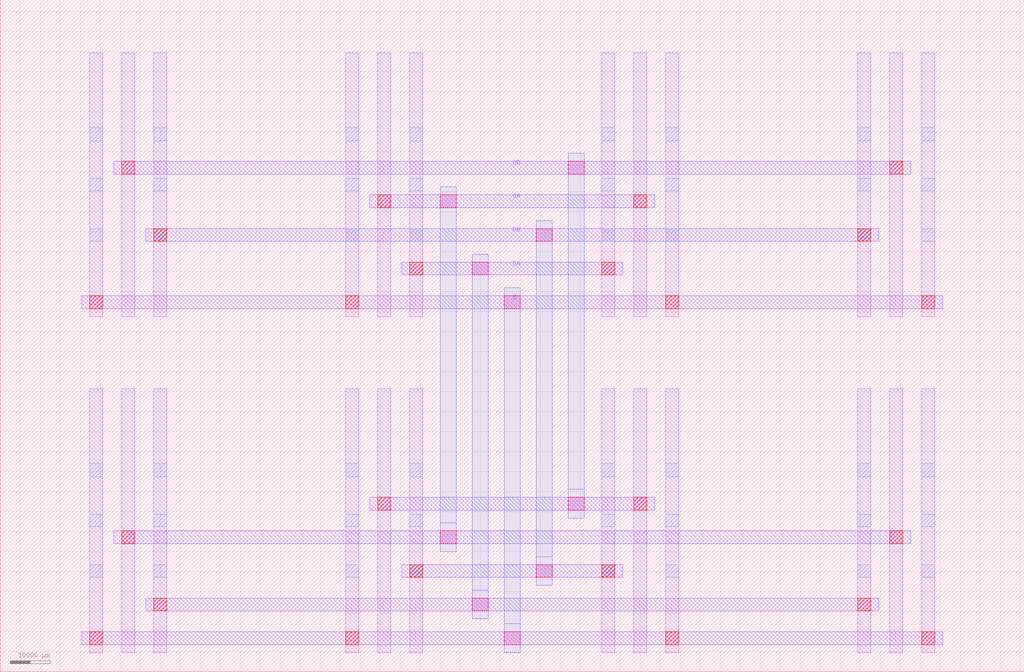
<source format=lef>
MACRO __json_dp_nmos_cand
  ORIGIN 0 0 ;
  FOREIGN __json_dp_nmos_cand 0 0 ;
  SIZE 256000.0000 BY 168000.0000 ;
  PIN S
    DIRECTION INOUT ;
    USE SIGNAL ;
    PORT
      LAYER M2 ;
        RECT 20400.0000 6800.0000 235600.0000 10000.0000 ;
      LAYER M2 ;
        RECT 20400.0000 90800.0000 235600.0000 94000.0000 ;
    END
  END S
  PIN DA
    DIRECTION INOUT ;
    USE SIGNAL ;
    PORT
      LAYER M2 ;
        RECT 36400.0000 15200.0000 219600.0000 18400.0000 ;
      LAYER M2 ;
        RECT 100400.0000 99200.0000 155600.0000 102400.0000 ;
    END
  END DA
  PIN DB
    DIRECTION INOUT ;
    USE SIGNAL ;
    PORT
      LAYER M2 ;
        RECT 100400.0000 23600.0000 155600.0000 26800.0000 ;
      LAYER M2 ;
        RECT 36400.0000 107600.0000 219600.0000 110800.0000 ;
    END
  END DB
  PIN GA
    DIRECTION INOUT ;
    USE SIGNAL ;
    PORT
      LAYER M2 ;
        RECT 28400.0000 32000.0000 227600.0000 35200.0000 ;
      LAYER M2 ;
        RECT 92400.0000 116000.0000 163600.0000 119200.0000 ;
    END
  END GA
  PIN GB
    DIRECTION INOUT ;
    USE SIGNAL ;
    PORT
      LAYER M2 ;
        RECT 92400.0000 40400.0000 163600.0000 43600.0000 ;
      LAYER M2 ;
        RECT 28400.0000 124400.0000 227600.0000 127600.0000 ;
    END
  END GB
  OBS
    LAYER M1 ;
      RECT 30400.0000 4800.0000 33600.0000 70800.0000 ;
    LAYER M1 ;
      RECT 222400.0000 4800.0000 225600.0000 70800.0000 ;
    LAYER M1 ;
      RECT 94400.0000 4800.0000 97600.0000 70800.0000 ;
    LAYER M1 ;
      RECT 158400.0000 4800.0000 161600.0000 70800.0000 ;
    LAYER M1 ;
      RECT 22400.0000 4800.0000 25600.0000 70800.0000 ;
    LAYER V0 ;
      RECT 22400.0000 23600.0000 25600.0000 26800.0000 ;
    LAYER V0 ;
      RECT 22400.0000 36200.0000 25600.0000 39400.0000 ;
    LAYER V0 ;
      RECT 22400.0000 48800.0000 25600.0000 52000.0000 ;
    LAYER M1 ;
      RECT 230400.0000 4800.0000 233600.0000 70800.0000 ;
    LAYER V0 ;
      RECT 230400.0000 23600.0000 233600.0000 26800.0000 ;
    LAYER V0 ;
      RECT 230400.0000 36200.0000 233600.0000 39400.0000 ;
    LAYER V0 ;
      RECT 230400.0000 48800.0000 233600.0000 52000.0000 ;
    LAYER M1 ;
      RECT 86400.0000 4800.0000 89600.0000 70800.0000 ;
    LAYER V0 ;
      RECT 86400.0000 23600.0000 89600.0000 26800.0000 ;
    LAYER V0 ;
      RECT 86400.0000 36200.0000 89600.0000 39400.0000 ;
    LAYER V0 ;
      RECT 86400.0000 48800.0000 89600.0000 52000.0000 ;
    LAYER M1 ;
      RECT 166400.0000 4800.0000 169600.0000 70800.0000 ;
    LAYER V0 ;
      RECT 166400.0000 23600.0000 169600.0000 26800.0000 ;
    LAYER V0 ;
      RECT 166400.0000 36200.0000 169600.0000 39400.0000 ;
    LAYER V0 ;
      RECT 166400.0000 48800.0000 169600.0000 52000.0000 ;
    LAYER M1 ;
      RECT 38400.0000 4800.0000 41600.0000 70800.0000 ;
    LAYER V0 ;
      RECT 38400.0000 23600.0000 41600.0000 26800.0000 ;
    LAYER V0 ;
      RECT 38400.0000 36200.0000 41600.0000 39400.0000 ;
    LAYER V0 ;
      RECT 38400.0000 48800.0000 41600.0000 52000.0000 ;
    LAYER M1 ;
      RECT 214400.0000 4800.0000 217600.0000 70800.0000 ;
    LAYER V0 ;
      RECT 214400.0000 23600.0000 217600.0000 26800.0000 ;
    LAYER V0 ;
      RECT 214400.0000 36200.0000 217600.0000 39400.0000 ;
    LAYER V0 ;
      RECT 214400.0000 48800.0000 217600.0000 52000.0000 ;
    LAYER M1 ;
      RECT 102400.0000 4800.0000 105600.0000 70800.0000 ;
    LAYER V0 ;
      RECT 102400.0000 23600.0000 105600.0000 26800.0000 ;
    LAYER V0 ;
      RECT 102400.0000 36200.0000 105600.0000 39400.0000 ;
    LAYER V0 ;
      RECT 102400.0000 48800.0000 105600.0000 52000.0000 ;
    LAYER M1 ;
      RECT 150400.0000 4800.0000 153600.0000 70800.0000 ;
    LAYER V0 ;
      RECT 150400.0000 23600.0000 153600.0000 26800.0000 ;
    LAYER V0 ;
      RECT 150400.0000 36200.0000 153600.0000 39400.0000 ;
    LAYER V0 ;
      RECT 150400.0000 48800.0000 153600.0000 52000.0000 ;
    LAYER M3 ;
      RECT 126000.0000 4800.0000 130000.0000 12000.0000 ;
    LAYER V2 ;
      RECT 126000.0000 6800.0000 130000.0000 10000.0000 ;
    LAYER V2 ;
      RECT 126000.0000 6800.0000 130000.0000 10000.0000 ;
    LAYER V1 ;
      RECT 22400.0000 6800.0000 25600.0000 10000.0000 ;
    LAYER V1 ;
      RECT 230400.0000 6800.0000 233600.0000 10000.0000 ;
    LAYER V1 ;
      RECT 86400.0000 6800.0000 89600.0000 10000.0000 ;
    LAYER V1 ;
      RECT 166400.0000 6800.0000 169600.0000 10000.0000 ;
    LAYER M3 ;
      RECT 118000.0000 13200.0000 122000.0000 20400.0000 ;
    LAYER V2 ;
      RECT 118000.0000 15200.0000 122000.0000 18400.0000 ;
    LAYER V2 ;
      RECT 118000.0000 15200.0000 122000.0000 18400.0000 ;
    LAYER V1 ;
      RECT 38400.0000 15200.0000 41600.0000 18400.0000 ;
    LAYER V1 ;
      RECT 214400.0000 15200.0000 217600.0000 18400.0000 ;
    LAYER M3 ;
      RECT 134000.0000 21600.0000 138000.0000 28800.0000 ;
    LAYER V2 ;
      RECT 134000.0000 23600.0000 138000.0000 26800.0000 ;
    LAYER V2 ;
      RECT 134000.0000 23600.0000 138000.0000 26800.0000 ;
    LAYER V1 ;
      RECT 102400.0000 23600.0000 105600.0000 26800.0000 ;
    LAYER V1 ;
      RECT 150400.0000 23600.0000 153600.0000 26800.0000 ;
    LAYER M3 ;
      RECT 110000.0000 30000.0000 114000.0000 37200.0000 ;
    LAYER V2 ;
      RECT 110000.0000 32000.0000 114000.0000 35200.0000 ;
    LAYER V2 ;
      RECT 110000.0000 32000.0000 114000.0000 35200.0000 ;
    LAYER V1 ;
      RECT 30400.0000 32000.0000 33600.0000 35200.0000 ;
    LAYER V1 ;
      RECT 222400.0000 32000.0000 225600.0000 35200.0000 ;
    LAYER M3 ;
      RECT 142000.0000 38400.0000 146000.0000 45600.0000 ;
    LAYER V2 ;
      RECT 142000.0000 40400.0000 146000.0000 43600.0000 ;
    LAYER V2 ;
      RECT 142000.0000 40400.0000 146000.0000 43600.0000 ;
    LAYER V1 ;
      RECT 94400.0000 40400.0000 97600.0000 43600.0000 ;
    LAYER V1 ;
      RECT 158400.0000 40400.0000 161600.0000 43600.0000 ;
    LAYER M1 ;
      RECT 30400.0000 88800.0000 33600.0000 154800.0000 ;
    LAYER M1 ;
      RECT 222400.0000 88800.0000 225600.0000 154800.0000 ;
    LAYER M1 ;
      RECT 94400.0000 88800.0000 97600.0000 154800.0000 ;
    LAYER M1 ;
      RECT 158400.0000 88800.0000 161600.0000 154800.0000 ;
    LAYER M1 ;
      RECT 22400.0000 88800.0000 25600.0000 154800.0000 ;
    LAYER V0 ;
      RECT 22400.0000 107600.0000 25600.0000 110800.0000 ;
    LAYER V0 ;
      RECT 22400.0000 120200.0000 25600.0000 123400.0000 ;
    LAYER V0 ;
      RECT 22400.0000 132800.0000 25600.0000 136000.0000 ;
    LAYER M1 ;
      RECT 230400.0000 88800.0000 233600.0000 154800.0000 ;
    LAYER V0 ;
      RECT 230400.0000 107600.0000 233600.0000 110800.0000 ;
    LAYER V0 ;
      RECT 230400.0000 120200.0000 233600.0000 123400.0000 ;
    LAYER V0 ;
      RECT 230400.0000 132800.0000 233600.0000 136000.0000 ;
    LAYER M1 ;
      RECT 86400.0000 88800.0000 89600.0000 154800.0000 ;
    LAYER V0 ;
      RECT 86400.0000 107600.0000 89600.0000 110800.0000 ;
    LAYER V0 ;
      RECT 86400.0000 120200.0000 89600.0000 123400.0000 ;
    LAYER V0 ;
      RECT 86400.0000 132800.0000 89600.0000 136000.0000 ;
    LAYER M1 ;
      RECT 166400.0000 88800.0000 169600.0000 154800.0000 ;
    LAYER V0 ;
      RECT 166400.0000 107600.0000 169600.0000 110800.0000 ;
    LAYER V0 ;
      RECT 166400.0000 120200.0000 169600.0000 123400.0000 ;
    LAYER V0 ;
      RECT 166400.0000 132800.0000 169600.0000 136000.0000 ;
    LAYER M1 ;
      RECT 38400.0000 88800.0000 41600.0000 154800.0000 ;
    LAYER V0 ;
      RECT 38400.0000 107600.0000 41600.0000 110800.0000 ;
    LAYER V0 ;
      RECT 38400.0000 120200.0000 41600.0000 123400.0000 ;
    LAYER V0 ;
      RECT 38400.0000 132800.0000 41600.0000 136000.0000 ;
    LAYER M1 ;
      RECT 214400.0000 88800.0000 217600.0000 154800.0000 ;
    LAYER V0 ;
      RECT 214400.0000 107600.0000 217600.0000 110800.0000 ;
    LAYER V0 ;
      RECT 214400.0000 120200.0000 217600.0000 123400.0000 ;
    LAYER V0 ;
      RECT 214400.0000 132800.0000 217600.0000 136000.0000 ;
    LAYER M1 ;
      RECT 102400.0000 88800.0000 105600.0000 154800.0000 ;
    LAYER V0 ;
      RECT 102400.0000 107600.0000 105600.0000 110800.0000 ;
    LAYER V0 ;
      RECT 102400.0000 120200.0000 105600.0000 123400.0000 ;
    LAYER V0 ;
      RECT 102400.0000 132800.0000 105600.0000 136000.0000 ;
    LAYER M1 ;
      RECT 150400.0000 88800.0000 153600.0000 154800.0000 ;
    LAYER V0 ;
      RECT 150400.0000 107600.0000 153600.0000 110800.0000 ;
    LAYER V0 ;
      RECT 150400.0000 120200.0000 153600.0000 123400.0000 ;
    LAYER V0 ;
      RECT 150400.0000 132800.0000 153600.0000 136000.0000 ;
    LAYER M3 ;
      RECT 126000.0000 4800.0000 130000.0000 96000.0000 ;
    LAYER V2 ;
      RECT 126000.0000 6800.0000 130000.0000 10000.0000 ;
    LAYER V2 ;
      RECT 126000.0000 90800.0000 130000.0000 94000.0000 ;
    LAYER V1 ;
      RECT 22400.0000 90800.0000 25600.0000 94000.0000 ;
    LAYER V1 ;
      RECT 230400.0000 90800.0000 233600.0000 94000.0000 ;
    LAYER V1 ;
      RECT 86400.0000 90800.0000 89600.0000 94000.0000 ;
    LAYER V1 ;
      RECT 166400.0000 90800.0000 169600.0000 94000.0000 ;
    LAYER M3 ;
      RECT 118000.0000 13200.0000 122000.0000 104400.0000 ;
    LAYER V2 ;
      RECT 118000.0000 15200.0000 122000.0000 18400.0000 ;
    LAYER V2 ;
      RECT 118000.0000 99200.0000 122000.0000 102400.0000 ;
    LAYER V1 ;
      RECT 102400.0000 99200.0000 105600.0000 102400.0000 ;
    LAYER V1 ;
      RECT 150400.0000 99200.0000 153600.0000 102400.0000 ;
    LAYER M3 ;
      RECT 134000.0000 21600.0000 138000.0000 112800.0000 ;
    LAYER V2 ;
      RECT 134000.0000 23600.0000 138000.0000 26800.0000 ;
    LAYER V2 ;
      RECT 134000.0000 107600.0000 138000.0000 110800.0000 ;
    LAYER V1 ;
      RECT 38400.0000 107600.0000 41600.0000 110800.0000 ;
    LAYER V1 ;
      RECT 214400.0000 107600.0000 217600.0000 110800.0000 ;
    LAYER M3 ;
      RECT 110000.0000 30000.0000 114000.0000 121200.0000 ;
    LAYER V2 ;
      RECT 110000.0000 32000.0000 114000.0000 35200.0000 ;
    LAYER V2 ;
      RECT 110000.0000 116000.0000 114000.0000 119200.0000 ;
    LAYER V1 ;
      RECT 94400.0000 116000.0000 97600.0000 119200.0000 ;
    LAYER V1 ;
      RECT 158400.0000 116000.0000 161600.0000 119200.0000 ;
    LAYER M3 ;
      RECT 142000.0000 38400.0000 146000.0000 129600.0000 ;
    LAYER V2 ;
      RECT 142000.0000 40400.0000 146000.0000 43600.0000 ;
    LAYER V2 ;
      RECT 142000.0000 124400.0000 146000.0000 127600.0000 ;
    LAYER V1 ;
      RECT 30400.0000 124400.0000 33600.0000 127600.0000 ;
    LAYER V1 ;
      RECT 222400.0000 124400.0000 225600.0000 127600.0000 ;
  END
END __json_dp_nmos_cand

</source>
